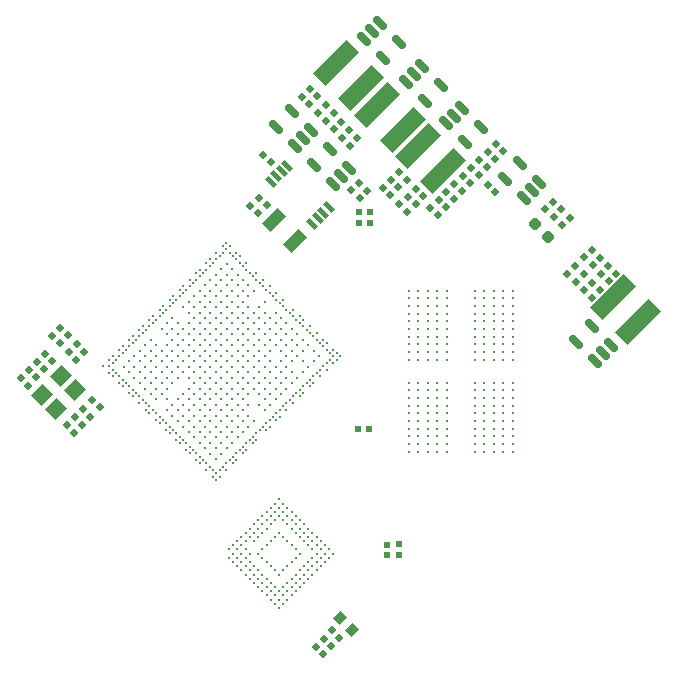
<source format=gbr>
%TF.GenerationSoftware,KiCad,Pcbnew,8.0.0-rc1*%
%TF.CreationDate,2025-03-14T10:19:50+03:00*%
%TF.ProjectId,SMX66_V1.0,534d5836-365f-4563-912e-302e6b696361,rev?*%
%TF.SameCoordinates,Original*%
%TF.FileFunction,Paste,Top*%
%TF.FilePolarity,Positive*%
%FSLAX46Y46*%
G04 Gerber Fmt 4.6, Leading zero omitted, Abs format (unit mm)*
G04 Created by KiCad (PCBNEW 8.0.0-rc1) date 2025-03-14 10:19:50*
%MOMM*%
%LPD*%
G01*
G04 APERTURE LIST*
G04 Aperture macros list*
%AMRoundRect*
0 Rectangle with rounded corners*
0 $1 Rounding radius*
0 $2 $3 $4 $5 $6 $7 $8 $9 X,Y pos of 4 corners*
0 Add a 4 corners polygon primitive as box body*
4,1,4,$2,$3,$4,$5,$6,$7,$8,$9,$2,$3,0*
0 Add four circle primitives for the rounded corners*
1,1,$1+$1,$2,$3*
1,1,$1+$1,$4,$5*
1,1,$1+$1,$6,$7*
1,1,$1+$1,$8,$9*
0 Add four rect primitives between the rounded corners*
20,1,$1+$1,$2,$3,$4,$5,0*
20,1,$1+$1,$4,$5,$6,$7,0*
20,1,$1+$1,$6,$7,$8,$9,0*
20,1,$1+$1,$8,$9,$2,$3,0*%
%AMRotRect*
0 Rectangle, with rotation*
0 The origin of the aperture is its center*
0 $1 length*
0 $2 width*
0 $3 Rotation angle, in degrees counterclockwise*
0 Add horizontal line*
21,1,$1,$2,0,0,$3*%
G04 Aperture macros list end*
%ADD10RotRect,0.550000X0.550000X225.000000*%
%ADD11RotRect,0.550000X0.550000X135.000000*%
%ADD12RotRect,0.550000X0.550000X45.000000*%
%ADD13RotRect,0.550000X0.550000X315.000000*%
%ADD14C,0.299970*%
%ADD15RotRect,1.000000X0.450000X315.000000*%
%ADD16RoundRect,0.150000X-0.468458X0.256326X0.256326X-0.468458X0.468458X-0.256326X-0.256326X0.468458X0*%
%ADD17RotRect,4.000000X1.500000X225.000000*%
%ADD18C,0.250000*%
%ADD19R,0.550000X0.550000*%
%ADD20RoundRect,0.150000X0.468458X-0.256326X-0.256326X0.468458X-0.468458X0.256326X0.256326X-0.468458X0*%
%ADD21RotRect,1.000000X1.800000X135.000000*%
%ADD22RotRect,0.900000X0.800000X45.000000*%
%ADD23RoundRect,0.218750X-0.335876X-0.026517X-0.026517X-0.335876X0.335876X0.026517X0.026517X0.335876X0*%
%ADD24RotRect,4.000000X1.500000X45.000000*%
%ADD25RotRect,1.400000X1.200000X45.000000*%
G04 APERTURE END LIST*
D10*
%TO.C,C17*%
X143763755Y-74659195D03*
X143127215Y-75295725D03*
%TD*%
D11*
%TO.C,C2201*%
X137323531Y-83125725D03*
X136687001Y-82489185D03*
%TD*%
D12*
%TO.C,C3846*%
X166376132Y-88217668D03*
X167012672Y-87581138D03*
%TD*%
D11*
%TO.C,R12*%
X142383755Y-73205735D03*
X141747225Y-72569205D03*
%TD*%
D13*
%TO.C,R1209*%
X117277210Y-97079200D03*
X117913740Y-97715730D03*
%TD*%
%TO.C,C1201*%
X121167215Y-101079195D03*
X121803745Y-101715735D03*
%TD*%
D14*
%TO.C,U3800*%
X150129475Y-89656725D03*
X150929575Y-89656725D03*
X151729415Y-89656725D03*
X152529515Y-89656725D03*
X153329615Y-89656725D03*
X155729405Y-89656725D03*
X156529505Y-89656725D03*
X157329605Y-89656725D03*
X158129455Y-89656725D03*
X158929555Y-89656725D03*
X150129475Y-102656695D03*
X150929575Y-102656695D03*
X151729415Y-102656695D03*
X152529515Y-102656695D03*
X153329615Y-102656695D03*
X155729405Y-102656695D03*
X156529505Y-102656695D03*
X157329605Y-102656695D03*
X158129455Y-102656695D03*
X158929555Y-102656695D03*
X150129475Y-103306685D03*
X150929575Y-103306685D03*
X151729415Y-103306685D03*
X152529515Y-103306685D03*
X153329615Y-103306685D03*
X155729405Y-103306685D03*
X156529505Y-103306685D03*
X157329605Y-103306685D03*
X158129455Y-103306685D03*
X158929555Y-103306685D03*
X150129475Y-90306705D03*
X150929575Y-90306705D03*
X151729415Y-90306705D03*
X152529515Y-90306705D03*
X153329615Y-90306705D03*
X155729405Y-90306705D03*
X156529505Y-90306705D03*
X157329605Y-90306705D03*
X158129455Y-90306705D03*
X158929555Y-90306705D03*
X150129475Y-90956695D03*
X150929575Y-90956695D03*
X151729415Y-90956695D03*
X152529515Y-90956695D03*
X153329615Y-90956695D03*
X155729405Y-90956695D03*
X156529505Y-90956695D03*
X157329605Y-90956695D03*
X158129455Y-90956695D03*
X158929555Y-90956695D03*
X150129475Y-91606675D03*
X150929575Y-91606675D03*
X151729415Y-91606675D03*
X152529515Y-91606675D03*
X153329615Y-91606675D03*
X155729405Y-91606675D03*
X156529505Y-91606675D03*
X157329605Y-91606675D03*
X158129455Y-91606675D03*
X158929555Y-91606675D03*
X150129475Y-92256665D03*
X150929575Y-92256665D03*
X151729415Y-92256665D03*
X152529515Y-92256665D03*
X153329615Y-92256665D03*
X155729405Y-92256665D03*
X156529505Y-92256665D03*
X157329605Y-92256665D03*
X158129455Y-92256665D03*
X158929555Y-92256665D03*
X150129475Y-92906655D03*
X150929575Y-92906655D03*
X151729415Y-92906655D03*
X152529515Y-92906655D03*
X153329615Y-92906655D03*
X155729405Y-92906655D03*
X156529505Y-92906655D03*
X157329605Y-92906655D03*
X158129455Y-92906655D03*
X158929555Y-92906655D03*
X150129475Y-93556635D03*
X150929575Y-93556635D03*
X151729415Y-93556635D03*
X152529515Y-93556635D03*
X153329615Y-93556635D03*
X155729405Y-93556635D03*
X156529505Y-93556635D03*
X157329605Y-93556635D03*
X158129455Y-93556635D03*
X158929555Y-93556635D03*
X150129475Y-94206625D03*
X150929575Y-94206625D03*
X151729415Y-94206625D03*
X152529515Y-94206625D03*
X153329615Y-94206625D03*
X155729405Y-94206625D03*
X156529505Y-94206625D03*
X157329605Y-94206625D03*
X158129455Y-94206625D03*
X158929555Y-94206625D03*
X150129475Y-94856605D03*
X150929575Y-94856605D03*
X151729415Y-94856605D03*
X152529515Y-94856605D03*
X153329615Y-94856605D03*
X155729405Y-94856605D03*
X156529505Y-94856605D03*
X157329605Y-94856605D03*
X158129455Y-94856605D03*
X158929555Y-94856605D03*
X150129475Y-95506595D03*
X150929575Y-95506595D03*
X151729415Y-95506595D03*
X152529515Y-95506595D03*
X153329615Y-95506595D03*
X155729405Y-95506595D03*
X156529505Y-95506595D03*
X157329605Y-95506595D03*
X158129455Y-95506595D03*
X158929555Y-95506595D03*
X150129475Y-97456805D03*
X150929575Y-97456805D03*
X151729415Y-97456805D03*
X152529515Y-97456805D03*
X153329615Y-97456805D03*
X155729405Y-97456805D03*
X156529505Y-97456805D03*
X157329605Y-97456805D03*
X158129455Y-97456805D03*
X158929555Y-97456805D03*
X150129475Y-98106795D03*
X150929575Y-98106795D03*
X151729415Y-98106795D03*
X152529515Y-98106795D03*
X153329615Y-98106795D03*
X155729405Y-98106795D03*
X156529505Y-98106795D03*
X157329605Y-98106795D03*
X158129455Y-98106795D03*
X158929555Y-98106795D03*
X150129475Y-98756775D03*
X150929575Y-98756775D03*
X151729415Y-98756775D03*
X152529515Y-98756775D03*
X153329615Y-98756775D03*
X155729405Y-98756775D03*
X156529505Y-98756775D03*
X157329605Y-98756775D03*
X158129455Y-98756775D03*
X158929555Y-98756775D03*
X150129475Y-99406765D03*
X150929575Y-99406765D03*
X151729415Y-99406765D03*
X152529515Y-99406765D03*
X153329615Y-99406765D03*
X155729405Y-99406765D03*
X156529505Y-99406765D03*
X157329605Y-99406765D03*
X158129455Y-99406765D03*
X158929555Y-99406765D03*
X150129475Y-100056755D03*
X150929575Y-100056755D03*
X151729415Y-100056755D03*
X152529515Y-100056755D03*
X153329615Y-100056755D03*
X155729405Y-100056755D03*
X156529505Y-100056755D03*
X157329605Y-100056755D03*
X158129455Y-100056755D03*
X158929555Y-100056755D03*
X150129475Y-100706735D03*
X150929575Y-100706735D03*
X151729415Y-100706735D03*
X152529515Y-100706735D03*
X153329615Y-100706735D03*
X155729405Y-100706735D03*
X156529505Y-100706735D03*
X157329605Y-100706735D03*
X158129455Y-100706735D03*
X158929555Y-100706735D03*
X150129475Y-101356725D03*
X150929575Y-101356725D03*
X151729415Y-101356725D03*
X152529515Y-101356725D03*
X153329615Y-101356725D03*
X155729405Y-101356725D03*
X156529505Y-101356725D03*
X157329605Y-101356725D03*
X158129455Y-101356725D03*
X158929555Y-101356725D03*
X150129475Y-102006705D03*
X150929575Y-102006705D03*
X151729415Y-102006705D03*
X152529515Y-102006705D03*
X153329615Y-102006705D03*
X155729405Y-102006705D03*
X156529505Y-102006705D03*
X157329605Y-102006705D03*
X158129455Y-102006705D03*
X158929555Y-102006705D03*
%TD*%
D15*
%TO.C,U2201*%
X139817147Y-79080269D03*
X139357528Y-79539888D03*
X138897908Y-79999508D03*
X138438289Y-80459127D03*
X141973823Y-83994661D03*
X142433442Y-83535042D03*
X142893062Y-83075422D03*
X143352681Y-82615803D03*
%TD*%
D10*
%TO.C,C3842*%
X166312889Y-89641345D03*
X165676349Y-90277875D03*
%TD*%
D13*
%TO.C,R1670*%
X153994615Y-80599415D03*
X154631145Y-81235945D03*
%TD*%
D16*
%TO.C,U6*%
X147710304Y-67001590D03*
X147038553Y-67673341D03*
X146366802Y-68345092D03*
X147975470Y-69953760D03*
X149318972Y-68610258D03*
%TD*%
D10*
%TO.C,C3834*%
X165604402Y-88979402D03*
X164967862Y-89615932D03*
%TD*%
D17*
%TO.C,L2*%
X169566787Y-92328331D03*
X167445467Y-90207011D03*
%TD*%
D13*
%TO.C,C4006*%
X143606344Y-118437458D03*
X144242874Y-119073998D03*
%TD*%
%TO.C,C3804*%
X149314615Y-82369405D03*
X149951145Y-83005945D03*
%TD*%
D12*
%TO.C,C19*%
X142447215Y-74595735D03*
X143083755Y-73959205D03*
%TD*%
D18*
%TO.C,U1000*%
X142528885Y-95194795D03*
X142069265Y-95654415D03*
X141609645Y-96114035D03*
X141150025Y-96573655D03*
X140690405Y-97033275D03*
X140230795Y-97492895D03*
X139771175Y-97952515D03*
X139311555Y-98412135D03*
X138851935Y-98871755D03*
X138392315Y-99331375D03*
X137932695Y-99790995D03*
X137013455Y-100710235D03*
X136553835Y-101169845D03*
X136094215Y-101629475D03*
X135634595Y-102089085D03*
X135174975Y-102548705D03*
X134715355Y-103008325D03*
X134255735Y-103467945D03*
X133796125Y-103927565D03*
X142069265Y-94735175D03*
X141150025Y-95654415D03*
X140230785Y-96573655D03*
X139771175Y-97033275D03*
X139311545Y-97492895D03*
X138851935Y-97952515D03*
X138392315Y-98412135D03*
X137932695Y-98871755D03*
X137473075Y-99331375D03*
X136553835Y-100250615D03*
X136094215Y-100710225D03*
X135634595Y-101169845D03*
X135174975Y-101629465D03*
X134715355Y-102089085D03*
X134255735Y-102548705D03*
X133796115Y-103008325D03*
X133336495Y-103467945D03*
X141609645Y-94275565D03*
X141150025Y-94735175D03*
X140690405Y-95194795D03*
X140230794Y-95654415D03*
X139771175Y-96114034D03*
X139311555Y-96573655D03*
X138851935Y-97033275D03*
X138392315Y-97492895D03*
X137932695Y-97952515D03*
X137473074Y-98412135D03*
X136553835Y-99331375D03*
X136094215Y-99790995D03*
X135634595Y-100250615D03*
X135174975Y-100710235D03*
X134715354Y-101169845D03*
X134255735Y-101629474D03*
X133796125Y-102089085D03*
X133336495Y-102548705D03*
X132876885Y-103008325D03*
X141150025Y-93815935D03*
X140690405Y-94275555D03*
X140230785Y-94735175D03*
X139771175Y-95194796D03*
X139311546Y-95654415D03*
X138851935Y-96114035D03*
X138392315Y-96573655D03*
X137932695Y-97033275D03*
X137473075Y-97492895D03*
X137013455Y-97952516D03*
X136553836Y-98412135D03*
X136094215Y-98871755D03*
X135634595Y-99331375D03*
X135174975Y-99790995D03*
X134715355Y-100250615D03*
X134255735Y-100710226D03*
X133796116Y-101169845D03*
X133336495Y-101629465D03*
X132876875Y-102089085D03*
X132417265Y-102548705D03*
X140690405Y-93356325D03*
X140230795Y-93815935D03*
X139771175Y-94275565D03*
X139311555Y-94735175D03*
X138392315Y-95654415D03*
X137932695Y-96114035D03*
X137473075Y-96573655D03*
X137013455Y-97033275D03*
X136553835Y-97492895D03*
X136094215Y-97952515D03*
X135634595Y-98412135D03*
X135174975Y-98871755D03*
X134715355Y-99331375D03*
X134255735Y-99790995D03*
X133796125Y-100250615D03*
X133336495Y-100710235D03*
X132876885Y-101169845D03*
X132417265Y-101629475D03*
X131957645Y-102089085D03*
X140230785Y-92896705D03*
X139771175Y-93356315D03*
X139311545Y-93815935D03*
X138851935Y-94275555D03*
X138392315Y-94735175D03*
X137932695Y-95194795D03*
X137473075Y-95654415D03*
X137013455Y-96114035D03*
X136553835Y-96573655D03*
X136094215Y-97033275D03*
X135634595Y-97492895D03*
X135174975Y-97952515D03*
X134715355Y-98412135D03*
X134255735Y-98871755D03*
X133796115Y-99331375D03*
X133336495Y-99790995D03*
X132876875Y-100250615D03*
X132417265Y-100710225D03*
X131957645Y-101169845D03*
X131498025Y-101629465D03*
X139771175Y-92437085D03*
X139311555Y-92896705D03*
X138851935Y-93356325D03*
X138392315Y-93815935D03*
X137932695Y-94275565D03*
X137473075Y-94735175D03*
X137013455Y-95194795D03*
X136553835Y-95654415D03*
X136094215Y-96114035D03*
X135634595Y-96573655D03*
X135174975Y-97033275D03*
X134715355Y-97492895D03*
X134255735Y-97952515D03*
X133796125Y-98412135D03*
X133336495Y-98871755D03*
X132876885Y-99331375D03*
X132417265Y-99790995D03*
X131957645Y-100250615D03*
X131498025Y-100710235D03*
X131038405Y-101169845D03*
X139311545Y-91977465D03*
X138851935Y-92437085D03*
X138392315Y-92896705D03*
X137932695Y-93356315D03*
X137473075Y-93815935D03*
X137013455Y-94275555D03*
X136553835Y-94735175D03*
X136094215Y-95194795D03*
X135634595Y-95654415D03*
X135174975Y-96114035D03*
X134715355Y-96573655D03*
X134255735Y-97033275D03*
X133796115Y-97492895D03*
X133336495Y-97952515D03*
X132876875Y-98412135D03*
X132417264Y-98871755D03*
X131957645Y-99331375D03*
X131498025Y-99790995D03*
X131038405Y-100250615D03*
X130578785Y-100710225D03*
X138851935Y-91517845D03*
X138392315Y-91977465D03*
X137932695Y-92437085D03*
X137473074Y-92896705D03*
X137013455Y-93356324D03*
X136553835Y-93815935D03*
X136094215Y-94275565D03*
X135634595Y-94735175D03*
X135174975Y-95194795D03*
X134715354Y-95654415D03*
X134255735Y-96114034D03*
X133796125Y-96573655D03*
X133336495Y-97033275D03*
X132876885Y-97492895D03*
X132417264Y-97952515D03*
X131957644Y-98412135D03*
X131498025Y-98871754D03*
X131038405Y-99331375D03*
X130578785Y-99790995D03*
X130119165Y-100250615D03*
X137932695Y-91517845D03*
X137473075Y-91977465D03*
X137013455Y-92437086D03*
X136553836Y-92896705D03*
X136094215Y-93356315D03*
X135634595Y-93815935D03*
X135174975Y-94275555D03*
X134715355Y-94735175D03*
X134255735Y-95194796D03*
X133796116Y-95654415D03*
X133336495Y-96114035D03*
X132876875Y-96573655D03*
X132417265Y-97033275D03*
X131957645Y-97492895D03*
X131498025Y-97952516D03*
X131038406Y-98412135D03*
X130578785Y-98871755D03*
X130119165Y-99331375D03*
X129659545Y-99790995D03*
X137932695Y-90598605D03*
X137473075Y-91058225D03*
X137013455Y-91517845D03*
X136553835Y-91977465D03*
X136094215Y-92437085D03*
X135634595Y-92896705D03*
X135174975Y-93356325D03*
X134715355Y-93815935D03*
X134255735Y-94275565D03*
X133796125Y-94735175D03*
X133336495Y-95194795D03*
X132876885Y-95654415D03*
X132417265Y-96114035D03*
X131957645Y-96573655D03*
X131498025Y-97033275D03*
X129659545Y-98871755D03*
X136553835Y-91058225D03*
X136094215Y-91517845D03*
X135634595Y-91977465D03*
X135174975Y-92437085D03*
X134715355Y-92896705D03*
X134255735Y-93356315D03*
X133796115Y-93815935D03*
X133336495Y-94275555D03*
X132876875Y-94735175D03*
X132417265Y-95194795D03*
X131957645Y-95654415D03*
X131498025Y-96114035D03*
X131038405Y-96573655D03*
X130578785Y-97033275D03*
X130119165Y-97492895D03*
X129659545Y-97952515D03*
X129199925Y-98412135D03*
X128740305Y-98871755D03*
X137013455Y-89679365D03*
X136553835Y-90138985D03*
X136094215Y-90598605D03*
X135634595Y-91058225D03*
X135174975Y-91517845D03*
X134715355Y-91977465D03*
X134255735Y-92437085D03*
X133796125Y-92896705D03*
X133336495Y-93356325D03*
X132876885Y-93815935D03*
X132417265Y-94275565D03*
X131957645Y-94735175D03*
X131498025Y-95194795D03*
X131038405Y-95654415D03*
X130578785Y-96114035D03*
X130119165Y-96573655D03*
X129659545Y-97033275D03*
X129199925Y-97492895D03*
X128740305Y-97952515D03*
X128280685Y-98412135D03*
X136553835Y-89219745D03*
X136094215Y-89679365D03*
X135634595Y-90138985D03*
X135174975Y-90598605D03*
X134715355Y-91058224D03*
X134255735Y-91517845D03*
X133796115Y-91977465D03*
X133336495Y-92437085D03*
X132876875Y-92896705D03*
X132417264Y-93356315D03*
X131957645Y-93815935D03*
X131498025Y-94275555D03*
X131038405Y-94735175D03*
X130578785Y-95194795D03*
X130119165Y-95654415D03*
X129659544Y-96114035D03*
X129199925Y-96573655D03*
X128740305Y-97033275D03*
X128280685Y-97492895D03*
X127821065Y-97952515D03*
X136094215Y-88760125D03*
X135634595Y-89219745D03*
X135174975Y-89679365D03*
X134715354Y-90138985D03*
X134255735Y-90598604D03*
X133796125Y-91058225D03*
X133336495Y-91517845D03*
X132876885Y-91977465D03*
X132417265Y-92437086D03*
X131957645Y-92896706D03*
X131498026Y-93356325D03*
X131038405Y-93815935D03*
X130578785Y-94275565D03*
X130119165Y-94735175D03*
X129659544Y-95194795D03*
X129199924Y-95654415D03*
X128740305Y-96114034D03*
X128280685Y-96573655D03*
X127821065Y-97033275D03*
X127361445Y-97492895D03*
X135634595Y-88300505D03*
X135174975Y-88760125D03*
X134715355Y-89219745D03*
X134255735Y-89679366D03*
X133796116Y-90138985D03*
X133336495Y-90598605D03*
X132876875Y-91058225D03*
X132417265Y-91517845D03*
X131957645Y-91977465D03*
X131498025Y-92437086D03*
X131038406Y-92896705D03*
X130578785Y-93356315D03*
X130119165Y-93815935D03*
X129659545Y-94275555D03*
X129199925Y-94735175D03*
X128740305Y-95194796D03*
X128280686Y-95654415D03*
X127821065Y-96114035D03*
X127361445Y-96573655D03*
X126901825Y-97033275D03*
X135174975Y-87840885D03*
X134715355Y-88300505D03*
X134255735Y-88760125D03*
X133796125Y-89219745D03*
X133336495Y-89679365D03*
X132876885Y-90138985D03*
X132417265Y-90598605D03*
X131957645Y-91058225D03*
X131498025Y-91517845D03*
X130578785Y-92437085D03*
X130119165Y-92896705D03*
X129659545Y-93356325D03*
X128740305Y-94275565D03*
X128280685Y-94735175D03*
X127821065Y-95194795D03*
X127361445Y-95654415D03*
X126901825Y-96114035D03*
X126442215Y-96573655D03*
X134715355Y-87381265D03*
X134255735Y-87840885D03*
X133796115Y-88300505D03*
X133336495Y-88760125D03*
X132876875Y-89219745D03*
X132417265Y-89679365D03*
X131957645Y-90138985D03*
X131498025Y-90598605D03*
X131038405Y-91058225D03*
X130119165Y-91977465D03*
X129659545Y-92437085D03*
X129199925Y-92896705D03*
X128280685Y-93815935D03*
X127821065Y-94275555D03*
X127361445Y-94735175D03*
X126901825Y-95194795D03*
X126442205Y-95654415D03*
X125982585Y-96114035D03*
X144296655Y-95230154D03*
X144013815Y-95512994D03*
X143730964Y-95795835D03*
X143165285Y-96361525D03*
X142599595Y-96927204D03*
X142033915Y-97492895D03*
X141751065Y-97775735D03*
X141185385Y-98341424D03*
X140902544Y-98624265D03*
X140336855Y-99189955D03*
X139771175Y-99755634D03*
X139205485Y-100321325D03*
X138922645Y-100604165D03*
X138356955Y-101169844D03*
X138074114Y-101452695D03*
X137225585Y-102301224D03*
X136942744Y-102584065D03*
X136377055Y-103149745D03*
X136094215Y-103432595D03*
X135528524Y-103998275D03*
X135245684Y-104281115D03*
X134680005Y-104846805D03*
X134114314Y-105412495D03*
X133831474Y-105695335D03*
X138356955Y-89856144D03*
X128457464Y-99755635D03*
X128174625Y-100038486D03*
X138356955Y-89290455D03*
X138074115Y-89573295D03*
X128174624Y-99472795D03*
X127891775Y-99755635D03*
X137791275Y-89290455D03*
X127891775Y-99189955D03*
X137791275Y-88724775D03*
X137508425Y-89007615D03*
X127608935Y-98907105D03*
X127326095Y-99189955D03*
X137225586Y-88724775D03*
X127326095Y-98624266D03*
X137225585Y-88159085D03*
X136942745Y-88441924D03*
X127043244Y-98341425D03*
X126760405Y-98624265D03*
X136659905Y-88159085D03*
X126760405Y-98058585D03*
X126477565Y-98341425D03*
X136377055Y-87876245D03*
X126477565Y-97775735D03*
X136377055Y-87310555D03*
X136094215Y-87593395D03*
X126194725Y-97492895D03*
X125911875Y-97775735D03*
X135811376Y-87310555D03*
X125911875Y-97210056D03*
X125629035Y-97492895D03*
X135811375Y-86744875D03*
X135528535Y-87027714D03*
X125629034Y-96927215D03*
X135528535Y-86462035D03*
X135245695Y-86744875D03*
X125346195Y-96644365D03*
X125063355Y-96927215D03*
X134962845Y-86462025D03*
X125063345Y-96361525D03*
X124780505Y-96644365D03*
X134962845Y-85896345D03*
X134680005Y-86179185D03*
X134397165Y-86462035D03*
X134114315Y-86744875D03*
X133831475Y-87027715D03*
X133548635Y-87310555D03*
X133265786Y-87593395D03*
X132982945Y-87876245D03*
X132700105Y-88159085D03*
X132417265Y-88441925D03*
X132134415Y-88724775D03*
X131851575Y-89007615D03*
X131568735Y-89290455D03*
X131285895Y-89573295D03*
X131003045Y-89856145D03*
X130720205Y-90138985D03*
X130437365Y-90421825D03*
X130154515Y-90704675D03*
X129871675Y-90987515D03*
X129588835Y-91270355D03*
X129305995Y-91553195D03*
X129023145Y-91836045D03*
X128740305Y-92118885D03*
X128457465Y-92401725D03*
X128174625Y-92684575D03*
X127891775Y-92967415D03*
X127608935Y-93250255D03*
X127326095Y-93533095D03*
X127043245Y-93815935D03*
X126760405Y-94098785D03*
X126477565Y-94381625D03*
X126194725Y-94664465D03*
X125911875Y-94947305D03*
X125629035Y-95230155D03*
X125346195Y-95512995D03*
X125063355Y-95795835D03*
X124780505Y-96078685D03*
X134680005Y-85613505D03*
X134397166Y-85896345D03*
X133831475Y-86462035D03*
X133265786Y-87027715D03*
X132982946Y-87310555D03*
X132417265Y-87876245D03*
X132134415Y-88159085D03*
X131568736Y-88724775D03*
X131003045Y-89290455D03*
X130720205Y-89573295D03*
X130154515Y-90138986D03*
X129871675Y-90421826D03*
X129305995Y-90987515D03*
X129023155Y-91270355D03*
X128457465Y-91836045D03*
X128174625Y-92118885D03*
X127608935Y-92684575D03*
X127326095Y-92967416D03*
X126760405Y-93533095D03*
X126477565Y-93815935D03*
X125911875Y-94381626D03*
X125629035Y-94664466D03*
X125063355Y-95230155D03*
X124780506Y-95512995D03*
X124214825Y-96078685D03*
X144013815Y-94947305D03*
X143730965Y-95230154D03*
X143448125Y-95512995D03*
X143165285Y-95795835D03*
X142882445Y-96078685D03*
X142599595Y-96361525D03*
X142316755Y-96644364D03*
X142033915Y-96927205D03*
X141751065Y-97210055D03*
X141468225Y-97492895D03*
X141185385Y-97775735D03*
X140902545Y-98058584D03*
X140619695Y-98341425D03*
X140336855Y-98624265D03*
X140054015Y-98907105D03*
X139771175Y-99189955D03*
X139488324Y-99472795D03*
X139205485Y-99755635D03*
X138922645Y-100038485D03*
X138639805Y-100321325D03*
X138356955Y-100604165D03*
X138074115Y-100887004D03*
X137791275Y-101169845D03*
X137508425Y-101452695D03*
X137225585Y-101735535D03*
X136942745Y-102018375D03*
X136659904Y-102301225D03*
X136377055Y-102584065D03*
X136094215Y-102866905D03*
X135811375Y-103149745D03*
X135528525Y-103432595D03*
X135245684Y-103715435D03*
X134962845Y-103998275D03*
X134680005Y-104281125D03*
X134397165Y-104563965D03*
X134114315Y-104846805D03*
X133831474Y-105129645D03*
X133548635Y-105412495D03*
X143730965Y-94664465D03*
X143448125Y-94947305D03*
X133548635Y-104846805D03*
X143165285Y-94664465D03*
X133265785Y-104563965D03*
X132982945Y-104846805D03*
X143165285Y-94098785D03*
X142882446Y-94381625D03*
X132982945Y-104281126D03*
X142882445Y-93815935D03*
X142599606Y-94098785D03*
X132700104Y-103998275D03*
X132417265Y-104281126D03*
X142316755Y-93815935D03*
X132417255Y-103715435D03*
X132134415Y-103998275D03*
X142316755Y-93250255D03*
X142033915Y-93533095D03*
X132134415Y-103432595D03*
X141751075Y-93250255D03*
X131851575Y-103149755D03*
X131568735Y-103432595D03*
X141751075Y-92684575D03*
X141468226Y-92967415D03*
X131568735Y-102866906D03*
X131285895Y-103149755D03*
X141185385Y-92684564D03*
X131285884Y-102584065D03*
X141185385Y-92118885D03*
X140902545Y-92401725D03*
X131003045Y-102301225D03*
X130720205Y-102584065D03*
X140902545Y-91836045D03*
X140619705Y-92118885D03*
X130720205Y-102018375D03*
X130437365Y-102301225D03*
X140336855Y-91836045D03*
X130437365Y-101735535D03*
X140336855Y-91270355D03*
X140054016Y-91553195D03*
X130154515Y-101452696D03*
X129871675Y-101735535D03*
X139771175Y-91270354D03*
X129871674Y-101169855D03*
X129588834Y-101452695D03*
X139488325Y-90987514D03*
X129588834Y-100887005D03*
X139488325Y-90421825D03*
X139205485Y-90704665D03*
X129305985Y-100604165D03*
X129023145Y-100887005D03*
X138922645Y-90421825D03*
X129023145Y-100321325D03*
X128740305Y-100604165D03*
X138922645Y-89856145D03*
X138639806Y-90138985D03*
X128740305Y-100038486D03*
%TD*%
D19*
%TO.C,C1500*%
X148275485Y-111167363D03*
X148275478Y-112067560D03*
%TD*%
D11*
%TO.C,R8*%
X141703760Y-73885730D03*
X141067230Y-73249200D03*
%TD*%
%TO.C,R2303*%
X119953755Y-95655725D03*
X119317225Y-95019195D03*
%TD*%
D13*
%TO.C,R2206*%
X137457210Y-81799200D03*
X138093740Y-82435730D03*
%TD*%
D12*
%TO.C,C3830*%
X167076132Y-88887668D03*
X167712672Y-88251138D03*
%TD*%
D20*
%TO.C,U3801*%
X159848051Y-81829845D03*
X160519802Y-81158094D03*
X161191553Y-80486343D03*
X159582885Y-78877675D03*
X158239383Y-80221177D03*
%TD*%
D13*
%TO.C,R1201*%
X120615478Y-92791150D03*
X121252008Y-93427680D03*
%TD*%
D11*
%TO.C,C3826*%
X157431155Y-78545945D03*
X156794625Y-77909405D03*
%TD*%
%TO.C,C2200*%
X138443528Y-78775724D03*
X137806998Y-78139184D03*
%TD*%
D21*
%TO.C,Y2200*%
X138741602Y-83663582D03*
X140509368Y-85431348D03*
%TD*%
D12*
%TO.C,R3802*%
X162404615Y-83425945D03*
X163041145Y-82789415D03*
%TD*%
D19*
%TO.C,R1213*%
X146825587Y-82987465D03*
X145925397Y-82987465D03*
%TD*%
D22*
%TO.C,C4008*%
X144307910Y-117422690D03*
X145297860Y-118412640D03*
%TD*%
D12*
%TO.C,R2205*%
X145967215Y-81825735D03*
X146603745Y-81189205D03*
%TD*%
D11*
%TO.C,C3852*%
X158131155Y-77855945D03*
X157494625Y-77219405D03*
%TD*%
%TO.C,C3824*%
X155331145Y-80565945D03*
X154694615Y-79929404D03*
%TD*%
D23*
%TO.C,D1*%
X160808638Y-83992686D03*
X161922332Y-85106380D03*
%TD*%
D10*
%TO.C,R3801*%
X164201145Y-87619405D03*
X163564615Y-88255935D03*
%TD*%
D13*
%TO.C,C4007*%
X142924615Y-119119405D03*
X143561145Y-119755945D03*
%TD*%
D10*
%TO.C,R19*%
X144413755Y-75369195D03*
X143777225Y-76005725D03*
%TD*%
D16*
%TO.C,U5*%
X151237910Y-70625505D03*
X150566159Y-71297256D03*
X149894408Y-71969007D03*
X151503076Y-73577675D03*
X152846578Y-72234173D03*
%TD*%
D13*
%TO.C,C3813*%
X150734615Y-81019405D03*
X151371145Y-81655945D03*
%TD*%
D20*
%TO.C,U3*%
X165911293Y-95599841D03*
X166583044Y-94928090D03*
X167254795Y-94256339D03*
X165646127Y-92647671D03*
X164302625Y-93991173D03*
%TD*%
D13*
%TO.C,R2*%
X153314615Y-81279405D03*
X153951145Y-81915935D03*
%TD*%
D24*
%TO.C,L3*%
X147477250Y-73937015D03*
X149598570Y-76058335D03*
%TD*%
D20*
%TO.C,U4*%
X140520651Y-77409635D03*
X141192402Y-76737884D03*
X141864153Y-76066133D03*
X140255485Y-74457465D03*
X138911983Y-75800967D03*
%TD*%
D10*
%TO.C,R18*%
X145749425Y-76781145D03*
X145112895Y-77417675D03*
%TD*%
D13*
%TO.C,R1*%
X152644615Y-81969405D03*
X153281145Y-82605935D03*
%TD*%
D20*
%TO.C,U7*%
X143710651Y-80659635D03*
X144382402Y-79987884D03*
X145054153Y-79316133D03*
X143445485Y-77707465D03*
X142101983Y-79050967D03*
%TD*%
D11*
%TO.C,C3814*%
X149252885Y-80907675D03*
X148616355Y-80271135D03*
%TD*%
D13*
%TO.C,C1200*%
X121323758Y-94892662D03*
X121960288Y-95529202D03*
%TD*%
D11*
%TO.C,R2305*%
X142881155Y-120455945D03*
X142244625Y-119819415D03*
%TD*%
%TO.C,C3823*%
X156051155Y-79905945D03*
X155414625Y-79269405D03*
%TD*%
D16*
%TO.C,U2210*%
X154622487Y-74167277D03*
X153950736Y-74839028D03*
X153278985Y-75510779D03*
X154887653Y-77119447D03*
X156231155Y-75775945D03*
%TD*%
D11*
%TO.C,R17*%
X118583755Y-97015725D03*
X117947225Y-96379195D03*
%TD*%
D25*
%TO.C,Y1200*%
X120291061Y-99667121D03*
X121846696Y-98111486D03*
X120644615Y-96909405D03*
X119088980Y-98465040D03*
%TD*%
D13*
%TO.C,C3847*%
X156792885Y-80700927D03*
X157429415Y-81337467D03*
%TD*%
D12*
%TO.C,R3800*%
X164964615Y-86845945D03*
X165601145Y-86209415D03*
%TD*%
D19*
%TO.C,R1214*%
X146825587Y-83947465D03*
X145925397Y-83947465D03*
%TD*%
D11*
%TO.C,C3825*%
X156741155Y-79225945D03*
X156104625Y-78589405D03*
%TD*%
%TO.C,C3816*%
X148551155Y-81585945D03*
X147914625Y-80949405D03*
%TD*%
D12*
%TO.C,R13*%
X163112885Y-84117675D03*
X163749415Y-83481145D03*
%TD*%
D10*
%TO.C,C3836*%
X164922889Y-88291345D03*
X164286349Y-88927875D03*
%TD*%
D14*
%TO.C,U4000*%
X134902135Y-111578425D03*
X135255774Y-111224785D03*
X135609234Y-110871315D03*
X135962885Y-110517675D03*
X136316344Y-110164216D03*
X136669984Y-109810575D03*
X137023454Y-109457105D03*
X137377095Y-109103465D03*
X137730554Y-108750006D03*
X138084194Y-108396355D03*
X138437664Y-108042895D03*
X138791304Y-107689256D03*
X139144764Y-107335796D03*
X134902135Y-112285355D03*
X135255595Y-111931885D03*
X135609234Y-111578245D03*
X135962704Y-111224785D03*
X136316344Y-110871146D03*
X136669804Y-110517676D03*
X137023454Y-110164035D03*
X137376914Y-109810575D03*
X137730555Y-109456925D03*
X138084025Y-109103465D03*
X138437664Y-108749825D03*
X138791124Y-108396355D03*
X139144764Y-108042716D03*
X139498234Y-107689256D03*
X135255774Y-112638995D03*
X135609234Y-112285525D03*
X135962884Y-111931885D03*
X136316344Y-111578425D03*
X137023454Y-110871315D03*
X137377094Y-110517675D03*
X137730554Y-110164215D03*
X138084194Y-109810575D03*
X138437664Y-109457105D03*
X138791304Y-109103465D03*
X139144764Y-108750005D03*
X139498404Y-108396355D03*
X139851874Y-108042895D03*
X135609234Y-112992455D03*
X135962704Y-112638995D03*
X136316344Y-112285355D03*
X136669804Y-111931885D03*
X139498234Y-109103465D03*
X139851874Y-108749825D03*
X140205334Y-108396355D03*
X135962885Y-113346095D03*
X136316345Y-112992635D03*
X136669984Y-112638995D03*
X137377095Y-111931885D03*
X137730554Y-111578426D03*
X138084194Y-111224785D03*
X138437664Y-110871315D03*
X138791305Y-110517675D03*
X139144764Y-110164216D03*
X139851874Y-109457105D03*
X140205514Y-109103466D03*
X140558974Y-108750006D03*
X136316344Y-113699554D03*
X136669804Y-113346094D03*
X137023454Y-112992455D03*
X137730554Y-112285356D03*
X139498235Y-110517675D03*
X140205334Y-109810575D03*
X140558973Y-109456925D03*
X140912433Y-109103465D03*
X136669984Y-114053205D03*
X137023454Y-113699745D03*
X137377094Y-113346095D03*
X138084194Y-112638995D03*
X139851874Y-110871315D03*
X140558974Y-110164215D03*
X140912624Y-109810575D03*
X141266084Y-109457105D03*
X137023454Y-114406665D03*
X137376914Y-114053205D03*
X137730554Y-113699555D03*
X138437664Y-112992455D03*
X140205334Y-111224785D03*
X140912434Y-110517675D03*
X141266084Y-110164035D03*
X141619544Y-109810575D03*
X137377095Y-114760305D03*
X137730555Y-114406845D03*
X138084194Y-114053205D03*
X138791305Y-113346095D03*
X140558974Y-111578426D03*
X141266084Y-110871315D03*
X141619724Y-110517676D03*
X141973184Y-110164216D03*
X137730555Y-115113775D03*
X138084025Y-114760305D03*
X138437664Y-114406665D03*
X139144764Y-113699554D03*
X139498235Y-113346095D03*
X139851874Y-112992455D03*
X140205334Y-112638995D03*
X140558974Y-112285356D03*
X140912433Y-111931885D03*
X141619544Y-111224785D03*
X141973184Y-110871146D03*
X142326654Y-110517676D03*
X138084194Y-115467415D03*
X138437664Y-115113955D03*
X138791304Y-114760305D03*
X141973184Y-111578425D03*
X142326834Y-111224785D03*
X142680294Y-110871315D03*
X138437664Y-115820875D03*
X138791124Y-115467415D03*
X139144764Y-115113775D03*
X139498234Y-114760305D03*
X139851874Y-114406665D03*
X140205334Y-114053205D03*
X140558974Y-113699555D03*
X140912434Y-113346095D03*
X141266084Y-112992455D03*
X141619544Y-112638995D03*
X141973184Y-112285355D03*
X142326654Y-111931885D03*
X142680294Y-111578245D03*
X143033754Y-111224785D03*
X138791305Y-116174525D03*
X139144764Y-115821054D03*
X139498404Y-115467415D03*
X139851874Y-115113955D03*
X140205514Y-114760304D03*
X140558973Y-114406845D03*
X140912624Y-114053205D03*
X141266084Y-113699745D03*
X141619724Y-113346094D03*
X141973183Y-112992635D03*
X142326834Y-112638995D03*
X142680294Y-112285525D03*
X143033933Y-111931885D03*
X143387404Y-111578426D03*
X139144764Y-116527984D03*
X139498235Y-116174525D03*
X139851874Y-115820875D03*
X140205334Y-115467415D03*
X140558973Y-115113775D03*
X140912433Y-114760305D03*
X141266084Y-114406665D03*
X141619544Y-114053205D03*
X141973184Y-113699554D03*
X142326654Y-113346094D03*
X142680294Y-112992455D03*
X143033754Y-112638995D03*
X143387404Y-112285356D03*
X143740863Y-111931885D03*
%TD*%
D13*
%TO.C,R1669*%
X151954615Y-82659405D03*
X152591145Y-83295935D03*
%TD*%
D12*
%TO.C,C2206*%
X145277215Y-81145735D03*
X145913755Y-80509205D03*
%TD*%
D13*
%TO.C,R2301*%
X118627215Y-95699205D03*
X119263745Y-96335735D03*
%TD*%
D10*
%TO.C,C24*%
X145079425Y-76071145D03*
X144442885Y-76707675D03*
%TD*%
D19*
%TO.C,R1500*%
X149265485Y-112047567D03*
X149265485Y-111147377D03*
%TD*%
D13*
%TO.C,C1202*%
X123345485Y-98907465D03*
X123982015Y-99544005D03*
%TD*%
%TO.C,C1*%
X121997215Y-94199195D03*
X122633745Y-94835735D03*
%TD*%
D19*
%TO.C,C3800*%
X145862783Y-101377675D03*
X146762980Y-101377681D03*
%TD*%
D13*
%TO.C,R3*%
X119925478Y-93501150D03*
X120562008Y-94137680D03*
%TD*%
D12*
%TO.C,C3827*%
X161674615Y-82755945D03*
X162311155Y-82119415D03*
%TD*%
D24*
%TO.C,L2210*%
X150940495Y-77435285D03*
X153061815Y-79556605D03*
%TD*%
D11*
%TO.C,C3811*%
X149960937Y-80255943D03*
X149324407Y-79619403D03*
%TD*%
D13*
%TO.C,R1200*%
X121852885Y-100397675D03*
X122489415Y-101034205D03*
%TD*%
D11*
%TO.C,R1202*%
X123179430Y-100344210D03*
X122542900Y-99707680D03*
%TD*%
D13*
%TO.C,C3807*%
X150074402Y-81729622D03*
X150710932Y-82366162D03*
%TD*%
D24*
%TO.C,L4*%
X143952227Y-70427015D03*
X146073547Y-72548335D03*
%TD*%
D12*
%TO.C,C3833*%
X165696132Y-87527672D03*
X166332672Y-86891142D03*
%TD*%
M02*

</source>
